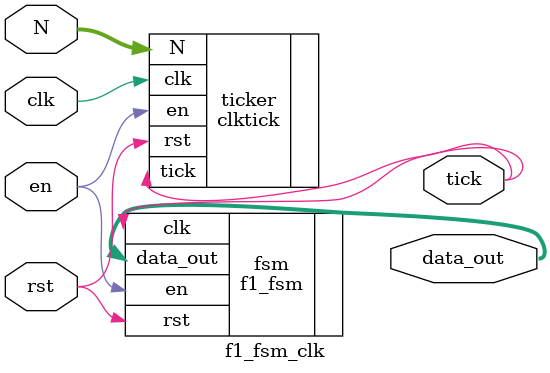
<source format=sv>
module f1_fsm_clk #(
    parameter WIDTH = 16
)(
  // interface signals
  input  logic             clk,      // clock 
  input  logic             rst,      // reset
  input  logic             en,       // enable signal
  input  logic [WIDTH-1:0] N,     	 // clock divided by N+1
  output logic  [7:0] data_out,
  output logic tick
);

    // logic tick;

clktick ticker (
    .clk (clk),
    .rst (rst),
    .en (en),
    .N(N),
    .tick(tick)
);

f1_fsm fsm(
    .rst(rst),
    .en(en),
    .clk(tick),
    .data_out(data_out)
);
endmodule

</source>
